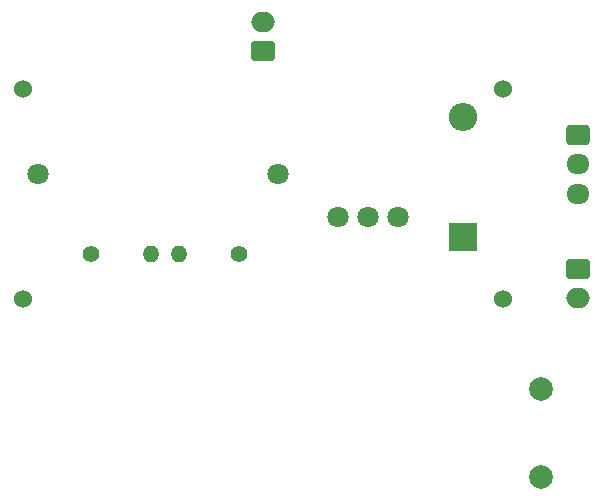
<source format=gbr>
%TF.GenerationSoftware,KiCad,Pcbnew,(6.0.5)*%
%TF.CreationDate,2023-02-27T23:38:10+09:00*%
%TF.ProjectId,Kiker_PSU,4b696b65-725f-4505-9355-2e6b69636164,rev?*%
%TF.SameCoordinates,Original*%
%TF.FileFunction,Soldermask,Top*%
%TF.FilePolarity,Negative*%
%FSLAX46Y46*%
G04 Gerber Fmt 4.6, Leading zero omitted, Abs format (unit mm)*
G04 Created by KiCad (PCBNEW (6.0.5)) date 2023-02-27 23:38:10*
%MOMM*%
%LPD*%
G01*
G04 APERTURE LIST*
G04 Aperture macros list*
%AMRoundRect*
0 Rectangle with rounded corners*
0 $1 Rounding radius*
0 $2 $3 $4 $5 $6 $7 $8 $9 X,Y pos of 4 corners*
0 Add a 4 corners polygon primitive as box body*
4,1,4,$2,$3,$4,$5,$6,$7,$8,$9,$2,$3,0*
0 Add four circle primitives for the rounded corners*
1,1,$1+$1,$2,$3*
1,1,$1+$1,$4,$5*
1,1,$1+$1,$6,$7*
1,1,$1+$1,$8,$9*
0 Add four rect primitives between the rounded corners*
20,1,$1+$1,$2,$3,$4,$5,0*
20,1,$1+$1,$4,$5,$6,$7,0*
20,1,$1+$1,$6,$7,$8,$9,0*
20,1,$1+$1,$8,$9,$2,$3,0*%
G04 Aperture macros list end*
%ADD10R,2.400000X2.400000*%
%ADD11O,2.400000X2.400000*%
%ADD12C,1.800000*%
%ADD13C,1.524000*%
%ADD14C,2.000000*%
%ADD15RoundRect,0.250000X-0.725000X0.600000X-0.725000X-0.600000X0.725000X-0.600000X0.725000X0.600000X0*%
%ADD16O,1.950000X1.700000*%
%ADD17C,1.400000*%
%ADD18O,1.400000X1.400000*%
%ADD19RoundRect,0.250000X-0.750000X0.600000X-0.750000X-0.600000X0.750000X-0.600000X0.750000X0.600000X0*%
%ADD20O,2.000000X1.700000*%
%ADD21RoundRect,0.250000X0.750000X-0.600000X0.750000X0.600000X-0.750000X0.600000X-0.750000X-0.600000X0*%
G04 APERTURE END LIST*
D10*
%TO.C,D1*%
X150241000Y-92583000D03*
D11*
X150241000Y-82423000D03*
%TD*%
D12*
%TO.C,R3*%
X114300000Y-87217500D03*
X134620000Y-87217500D03*
%TD*%
D13*
%TO.C,U1*%
X153670000Y-97790000D03*
X153670000Y-80010000D03*
X113030000Y-97790000D03*
X113030000Y-80010000D03*
%TD*%
D14*
%TO.C,C1*%
X156845000Y-112903000D03*
X156845000Y-105403000D03*
%TD*%
D15*
%TO.C,Kiker*%
X160020000Y-83900000D03*
D16*
X160020000Y-86400000D03*
X160020000Y-88900000D03*
%TD*%
D17*
%TO.C,R1*%
X118750000Y-93980000D03*
D18*
X123830000Y-93980000D03*
%TD*%
D17*
%TO.C,R2*%
X131318000Y-93980000D03*
D18*
X126238000Y-93980000D03*
%TD*%
D12*
%TO.C,Q1*%
X144780000Y-90861000D03*
X142240000Y-90861000D03*
X139700000Y-90861000D03*
%TD*%
D19*
%TO.C,PSU*%
X160020000Y-95250000D03*
D20*
X160020000Y-97750000D03*
%TD*%
D21*
%TO.C,REF\u002A\u002A*%
X133350000Y-76835000D03*
D20*
X133350000Y-74335000D03*
%TD*%
M02*

</source>
